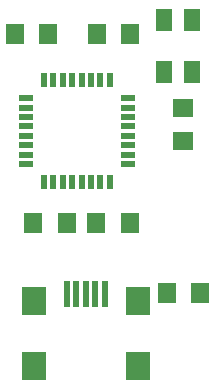
<source format=gtp>
G75*
G70*
%OFA0B0*%
%FSLAX24Y24*%
%IPPOS*%
%LPD*%
%AMOC8*
5,1,8,0,0,1.08239X$1,22.5*
%
%ADD10R,0.0500X0.0220*%
%ADD11R,0.0220X0.0500*%
%ADD12R,0.0551X0.0748*%
%ADD13R,0.0709X0.0630*%
%ADD14R,0.0630X0.0709*%
%ADD15R,0.0630X0.0710*%
%ADD16R,0.0787X0.0945*%
%ADD17R,0.0197X0.0909*%
D10*
X001590Y007878D03*
X001590Y008193D03*
X001590Y008508D03*
X001590Y008823D03*
X001590Y009137D03*
X001590Y009452D03*
X001590Y009767D03*
X001590Y010082D03*
X004970Y010082D03*
X004970Y009767D03*
X004970Y009452D03*
X004970Y009137D03*
X004970Y008823D03*
X004970Y008508D03*
X004970Y008193D03*
X004970Y007878D03*
D11*
X004382Y007290D03*
X004067Y007290D03*
X003752Y007290D03*
X003437Y007290D03*
X003123Y007290D03*
X002808Y007290D03*
X002493Y007290D03*
X002178Y007290D03*
X002178Y010670D03*
X002493Y010670D03*
X002808Y010670D03*
X003123Y010670D03*
X003437Y010670D03*
X003752Y010670D03*
X004067Y010670D03*
X004382Y010670D03*
D12*
X006183Y010939D03*
X007127Y010939D03*
X007127Y012671D03*
X006183Y012671D03*
D13*
X006805Y009756D03*
X006805Y008654D03*
D14*
X005056Y012230D03*
X003954Y012230D03*
X002306Y012230D03*
X001204Y012230D03*
X006279Y003580D03*
X007381Y003580D03*
D15*
X005040Y005930D03*
X003920Y005930D03*
X002940Y005930D03*
X001820Y005930D03*
D16*
X001848Y001168D03*
X001848Y003333D03*
X005312Y003333D03*
X005312Y001168D03*
D17*
X004210Y003555D03*
X003895Y003555D03*
X003580Y003555D03*
X003265Y003555D03*
X002950Y003555D03*
M02*

</source>
